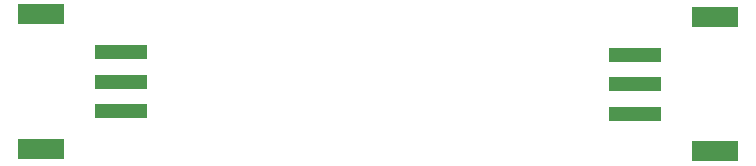
<source format=gbp>
G04*
G04 #@! TF.GenerationSoftware,Altium Limited,Altium Designer,20.1.12 (249)*
G04*
G04 Layer_Color=128*
%FSLAX25Y25*%
%MOIN*%
G70*
G04*
G04 #@! TF.SameCoordinates,9F8D7EE4-A703-4B50-B93F-D04A273BC2B7*
G04*
G04*
G04 #@! TF.FilePolarity,Positive*
G04*
G01*
G75*
%ADD25R,0.15354X0.07087*%
%ADD26R,0.17717X0.05118*%
D25*
X240748Y3150D02*
D03*
Y48031D02*
D03*
X16091Y48825D02*
D03*
Y3943D02*
D03*
D26*
X213976Y15748D02*
D03*
Y35433D02*
D03*
Y25591D02*
D03*
X42862Y36227D02*
D03*
Y16542D02*
D03*
Y26384D02*
D03*
M02*

</source>
